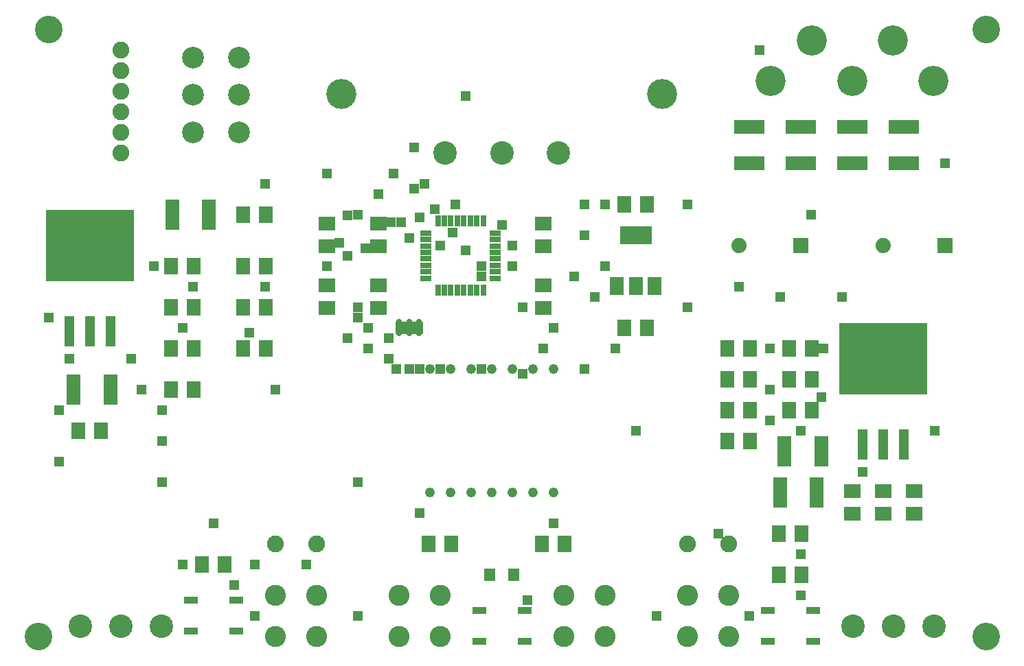
<source format=gts>
G75*
%MOIN*%
%OFA0B0*%
%FSLAX25Y25*%
%IPPOS*%
%LPD*%
%AMOC8*
5,1,8,0,0,1.08239X$1,22.5*
%
%ADD10C,0.13398*%
%ADD11R,0.07099X0.07887*%
%ADD12R,0.42926X0.34658*%
%ADD13R,0.05131X0.14580*%
%ADD14R,0.07887X0.07099*%
%ADD15C,0.11430*%
%ADD16C,0.14580*%
%ADD17R,0.14973X0.06706*%
%ADD18C,0.10249*%
%ADD19R,0.05800X0.03000*%
%ADD20R,0.03000X0.05800*%
%ADD21C,0.08200*%
%ADD22R,0.06800X0.03800*%
%ADD23C,0.02572*%
%ADD24R,0.13760X0.06040*%
%ADD25C,0.04769*%
%ADD26C,0.07400*%
%ADD27R,0.07300X0.07300*%
%ADD28R,0.15761X0.08674*%
%ADD29R,0.06706X0.08674*%
%ADD30C,0.10574*%
%ADD31R,0.05524X0.06312*%
%ADD32R,0.06706X0.14973*%
%ADD33C,0.14643*%
%ADD34R,0.04762X0.04762*%
D10*
X0041800Y0151800D03*
X0046800Y0446800D03*
X0501800Y0446800D03*
X0501800Y0151800D03*
D11*
X0412312Y0181800D03*
X0401288Y0181800D03*
X0401288Y0201800D03*
X0412312Y0201800D03*
X0387312Y0246800D03*
X0376288Y0246800D03*
X0376288Y0261800D03*
X0387312Y0261800D03*
X0387312Y0276800D03*
X0376288Y0276800D03*
X0376288Y0291800D03*
X0387312Y0291800D03*
X0406288Y0291800D03*
X0417312Y0291800D03*
X0417312Y0276800D03*
X0406288Y0276800D03*
X0406288Y0261800D03*
X0417312Y0261800D03*
X0337312Y0301800D03*
X0326288Y0301800D03*
X0326288Y0361800D03*
X0337312Y0361800D03*
X0297312Y0196800D03*
X0286288Y0196800D03*
X0242312Y0196800D03*
X0231288Y0196800D03*
X0152312Y0291800D03*
X0141288Y0291800D03*
X0141288Y0311800D03*
X0152312Y0311800D03*
X0152312Y0331800D03*
X0141288Y0331800D03*
X0117312Y0331800D03*
X0106288Y0331800D03*
X0106288Y0311800D03*
X0117312Y0311800D03*
X0117312Y0291800D03*
X0106288Y0291800D03*
X0106288Y0271800D03*
X0117312Y0271800D03*
X0072312Y0251800D03*
X0061288Y0251800D03*
X0121288Y0186800D03*
X0132312Y0186800D03*
X0141288Y0356800D03*
X0152312Y0356800D03*
D12*
X0066800Y0341800D03*
X0451800Y0286800D03*
D13*
X0451800Y0245068D03*
X0461800Y0245068D03*
X0441800Y0245068D03*
X0076800Y0300068D03*
X0066800Y0300068D03*
X0056800Y0300068D03*
D14*
X0181800Y0311288D03*
X0181800Y0322312D03*
X0181800Y0341288D03*
X0181800Y0352312D03*
X0206800Y0352312D03*
X0206800Y0341288D03*
X0206800Y0322312D03*
X0206800Y0311288D03*
X0286800Y0311288D03*
X0286800Y0322312D03*
X0286800Y0341288D03*
X0286800Y0352312D03*
X0436800Y0222312D03*
X0436800Y0211288D03*
X0451800Y0211288D03*
X0451800Y0222312D03*
X0466800Y0222312D03*
X0466800Y0211288D03*
D15*
X0476485Y0156800D03*
X0456800Y0156800D03*
X0437115Y0156800D03*
X0294359Y0386800D03*
X0266800Y0386800D03*
X0239241Y0386800D03*
X0101485Y0156800D03*
X0081800Y0156800D03*
X0062115Y0156800D03*
D16*
X0189044Y0415540D03*
X0344556Y0415540D03*
D17*
X0386800Y0399517D03*
X0386800Y0381800D03*
X0411800Y0381800D03*
X0411800Y0399517D03*
X0436800Y0399517D03*
X0436800Y0381800D03*
X0461800Y0381800D03*
X0461800Y0399517D03*
D18*
X0376800Y0171800D03*
X0376800Y0151800D03*
X0356800Y0151800D03*
X0356800Y0171800D03*
X0316800Y0171800D03*
X0316800Y0151800D03*
X0296800Y0151800D03*
X0296800Y0171800D03*
X0236800Y0171800D03*
X0236800Y0151800D03*
X0216800Y0151800D03*
X0216800Y0171800D03*
X0176800Y0171800D03*
X0176800Y0151800D03*
X0156800Y0151800D03*
X0156800Y0171800D03*
D19*
X0229900Y0325776D03*
X0229900Y0328926D03*
X0229900Y0332076D03*
X0229900Y0335225D03*
X0229900Y0338375D03*
X0229900Y0341524D03*
X0229900Y0344674D03*
X0229900Y0347824D03*
X0263700Y0347824D03*
X0263700Y0344674D03*
X0263700Y0341524D03*
X0263700Y0338375D03*
X0263700Y0335225D03*
X0263700Y0332076D03*
X0263700Y0328926D03*
X0263700Y0325776D03*
D20*
X0257824Y0319900D03*
X0254674Y0319900D03*
X0251524Y0319900D03*
X0248375Y0319900D03*
X0245225Y0319900D03*
X0242076Y0319900D03*
X0238926Y0319900D03*
X0235776Y0319900D03*
X0235776Y0353700D03*
X0238926Y0353700D03*
X0242076Y0353700D03*
X0245225Y0353700D03*
X0248375Y0353700D03*
X0251524Y0353700D03*
X0254674Y0353700D03*
X0257824Y0353700D03*
D21*
X0176800Y0196800D03*
X0156800Y0196800D03*
X0081800Y0386800D03*
X0081800Y0396800D03*
X0081800Y0406800D03*
X0081800Y0416800D03*
X0081800Y0426800D03*
X0081800Y0436800D03*
X0356800Y0196800D03*
X0376800Y0196800D03*
D22*
X0395800Y0164300D03*
X0395800Y0149300D03*
X0417800Y0149300D03*
X0417800Y0164300D03*
X0277800Y0164300D03*
X0277800Y0149300D03*
X0255800Y0149300D03*
X0255800Y0164300D03*
X0137800Y0169300D03*
X0137800Y0154300D03*
X0115800Y0154300D03*
X0115800Y0169300D03*
D23*
X0217076Y0298936D02*
X0217076Y0304664D01*
X0221800Y0304664D02*
X0221800Y0298936D01*
X0226524Y0298936D02*
X0226524Y0304664D01*
D24*
X0221790Y0301790D03*
D25*
X0231800Y0281800D03*
X0241800Y0281800D03*
X0251800Y0281800D03*
X0261800Y0281800D03*
X0271800Y0281800D03*
X0281800Y0281800D03*
X0291800Y0281800D03*
X0291800Y0221800D03*
X0281800Y0221800D03*
X0271800Y0221800D03*
X0261800Y0221800D03*
X0251800Y0221800D03*
X0241800Y0221800D03*
X0231800Y0221800D03*
D26*
X0381800Y0341800D03*
X0451800Y0341800D03*
D27*
X0481800Y0341800D03*
X0411800Y0341800D03*
D28*
X0331800Y0346800D03*
D29*
X0331800Y0321997D03*
X0322745Y0321997D03*
X0340855Y0321997D03*
D30*
X0139241Y0396800D03*
X0139241Y0414910D03*
X0139241Y0433020D03*
X0116800Y0433020D03*
X0116800Y0414910D03*
X0116800Y0396800D03*
D31*
X0260894Y0181800D03*
X0272706Y0181800D03*
D32*
X0401800Y0221800D03*
X0419517Y0221800D03*
X0421800Y0241800D03*
X0404083Y0241800D03*
X0124517Y0356800D03*
X0106800Y0356800D03*
X0076800Y0271800D03*
X0059083Y0271800D03*
D33*
X0397430Y0421800D03*
X0417115Y0441485D03*
X0436800Y0421800D03*
X0456485Y0441485D03*
X0476170Y0421800D03*
D34*
X0481800Y0381800D03*
X0431800Y0316800D03*
X0423050Y0291800D03*
X0421800Y0268050D03*
X0411800Y0251800D03*
X0396800Y0256800D03*
X0396800Y0271800D03*
X0396800Y0291800D03*
X0401800Y0316800D03*
X0381800Y0321800D03*
X0356800Y0311800D03*
X0321800Y0291800D03*
X0306800Y0281800D03*
X0291800Y0301800D03*
X0286800Y0291800D03*
X0276800Y0279300D03*
X0256800Y0281800D03*
X0236800Y0281800D03*
X0226800Y0281800D03*
X0221800Y0281800D03*
X0215550Y0281800D03*
X0211800Y0286800D03*
X0211800Y0296800D03*
X0201800Y0291800D03*
X0191800Y0296800D03*
X0201800Y0301800D03*
X0196800Y0306800D03*
X0196800Y0311800D03*
X0181800Y0331800D03*
X0191800Y0336800D03*
X0188050Y0343050D03*
X0200550Y0340550D03*
X0213050Y0353050D03*
X0218050Y0353050D03*
X0221800Y0345550D03*
X0226800Y0355550D03*
X0234300Y0359300D03*
X0244300Y0361800D03*
X0243050Y0348050D03*
X0236800Y0341800D03*
X0249300Y0339300D03*
X0256800Y0331800D03*
X0256800Y0326800D03*
X0271800Y0331800D03*
X0271800Y0341800D03*
X0266800Y0351800D03*
X0301800Y0326800D03*
X0311800Y0316800D03*
X0316800Y0331800D03*
X0306800Y0346800D03*
X0306800Y0361800D03*
X0316800Y0361800D03*
X0356800Y0361800D03*
X0416800Y0356800D03*
X0391800Y0436800D03*
X0276800Y0311800D03*
X0229300Y0371800D03*
X0224300Y0369300D03*
X0214300Y0376800D03*
X0206800Y0366800D03*
X0196800Y0356800D03*
X0191800Y0356288D03*
X0181800Y0376800D03*
X0151800Y0371800D03*
X0151800Y0321800D03*
X0144300Y0299300D03*
X0156800Y0271800D03*
X0111800Y0301800D03*
X0116800Y0321800D03*
X0098050Y0331800D03*
X0086800Y0286800D03*
X0091800Y0271800D03*
X0101800Y0261800D03*
X0101800Y0246800D03*
X0101800Y0226800D03*
X0126800Y0206800D03*
X0111800Y0186800D03*
X0136800Y0176800D03*
X0146800Y0186800D03*
X0146800Y0161800D03*
X0171800Y0186800D03*
X0196800Y0161800D03*
X0226800Y0211800D03*
X0196800Y0226800D03*
X0279300Y0169300D03*
X0291800Y0206800D03*
X0331800Y0251800D03*
X0371800Y0201800D03*
X0386800Y0161800D03*
X0411800Y0171800D03*
X0411800Y0191800D03*
X0441800Y0231800D03*
X0476800Y0251800D03*
X0341800Y0161800D03*
X0224300Y0389300D03*
X0249300Y0414300D03*
X0056800Y0286800D03*
X0046800Y0306800D03*
X0051800Y0261800D03*
X0051800Y0236800D03*
M02*

</source>
